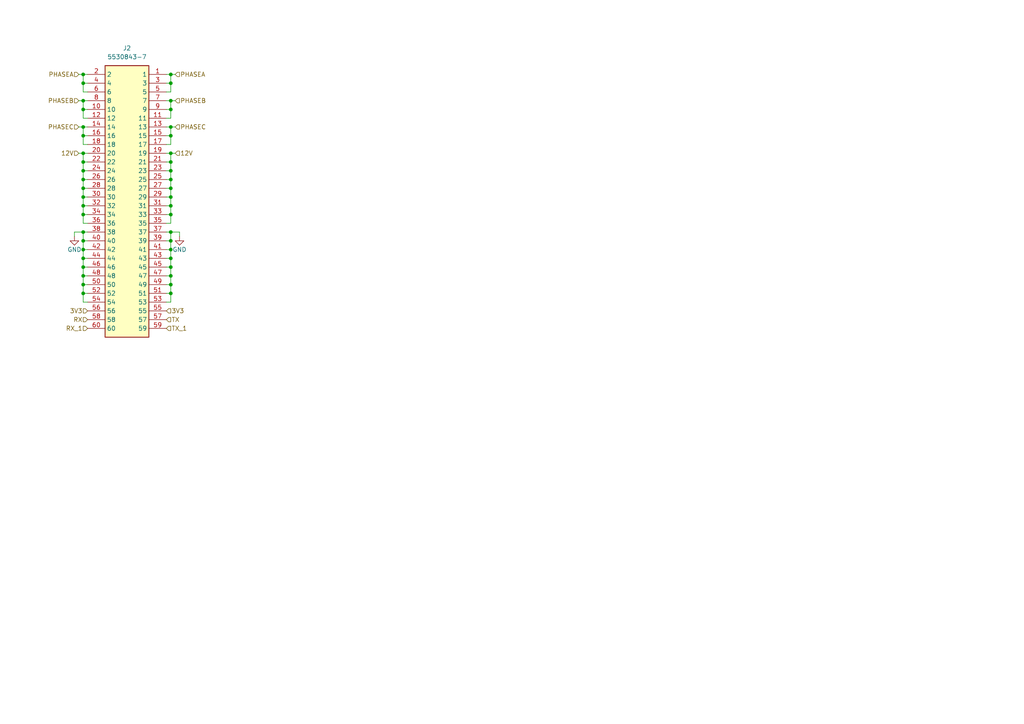
<source format=kicad_sch>
(kicad_sch (version 20230409) (generator eeschema)
  (paper "A4")
  (lib_symbols
    (symbol "5530843-7:5530843-7"
      (property "Reference" "J" (at 19.05 7.62 0))
      (property "Value" "5530843-7" (at 19.05 5.08 0))
      (symbol "5530843-7_1_1"
        (rectangle (start 5.08 2.54) (end 17.78 -76.2) (stroke (width 0.254)) (fill (type background)))
        (pin passive line (at 22.86 0 180) (length 5.08) (name "1") (number "1"))
        (pin passive line (at 0 -10.16 0) (length 5.08) (name "10") (number "10"))
        (pin passive line (at 22.86 -12.7 180) (length 5.08) (name "11") (number "11"))
        (pin passive line (at 0 -12.7 0) (length 5.08) (name "12") (number "12"))
        (pin passive line (at 22.86 -15.24 180) (length 5.08) (name "13") (number "13"))
        (pin passive line (at 0 -15.24 0) (length 5.08) (name "14") (number "14"))
        (pin passive line (at 22.86 -17.78 180) (length 5.08) (name "15") (number "15"))
        (pin passive line (at 0 -17.78 0) (length 5.08) (name "16") (number "16"))
        (pin passive line (at 22.86 -20.32 180) (length 5.08) (name "17") (number "17"))
        (pin passive line (at 0 -20.32 0) (length 5.08) (name "18") (number "18"))
        (pin passive line (at 22.86 -22.86 180) (length 5.08) (name "19") (number "19"))
        (pin passive line (at 0 0 0) (length 5.08) (name "2") (number "2"))
        (pin passive line (at 0 -22.86 0) (length 5.08) (name "20") (number "20"))
        (pin passive line (at 22.86 -25.4 180) (length 5.08) (name "21") (number "21"))
        (pin passive line (at 0 -25.4 0) (length 5.08) (name "22") (number "22"))
        (pin passive line (at 22.86 -27.94 180) (length 5.08) (name "23") (number "23"))
        (pin passive line (at 0 -27.94 0) (length 5.08) (name "24") (number "24"))
        (pin passive line (at 22.86 -30.48 180) (length 5.08) (name "25") (number "25"))
        (pin passive line (at 0 -30.48 0) (length 5.08) (name "26") (number "26"))
        (pin passive line (at 22.86 -33.02 180) (length 5.08) (name "27") (number "27"))
        (pin passive line (at 0 -33.02 0) (length 5.08) (name "28") (number "28"))
        (pin passive line (at 22.86 -35.56 180) (length 5.08) (name "29") (number "29"))
        (pin passive line (at 22.86 -2.54 180) (length 5.08) (name "3") (number "3"))
        (pin passive line (at 0 -35.56 0) (length 5.08) (name "30") (number "30"))
        (pin passive line (at 22.86 -38.1 180) (length 5.08) (name "31") (number "31"))
        (pin passive line (at 0 -38.1 0) (length 5.08) (name "32") (number "32"))
        (pin passive line (at 22.86 -40.64 180) (length 5.08) (name "33") (number "33"))
        (pin passive line (at 0 -40.64 0) (length 5.08) (name "34") (number "34"))
        (pin passive line (at 22.86 -43.18 180) (length 5.08) (name "35") (number "35"))
        (pin passive line (at 0 -43.18 0) (length 5.08) (name "36") (number "36"))
        (pin passive line (at 22.86 -45.72 180) (length 5.08) (name "37") (number "37"))
        (pin passive line (at 0 -45.72 0) (length 5.08) (name "38") (number "38"))
        (pin passive line (at 22.86 -48.26 180) (length 5.08) (name "39") (number "39"))
        (pin passive line (at 0 -2.54 0) (length 5.08) (name "4") (number "4"))
        (pin passive line (at 0 -48.26 0) (length 5.08) (name "40") (number "40"))
        (pin passive line (at 22.86 -50.8 180) (length 5.08) (name "41") (number "41"))
        (pin passive line (at 0 -50.8 0) (length 5.08) (name "42") (number "42"))
        (pin passive line (at 22.86 -53.34 180) (length 5.08) (name "43") (number "43"))
        (pin passive line (at 0 -53.34 0) (length 5.08) (name "44") (number "44"))
        (pin passive line (at 22.86 -55.88 180) (length 5.08) (name "45") (number "45"))
        (pin passive line (at 0 -55.88 0) (length 5.08) (name "46") (number "46"))
        (pin passive line (at 22.86 -58.42 180) (length 5.08) (name "47") (number "47"))
        (pin passive line (at 0 -58.42 0) (length 5.08) (name "48") (number "48"))
        (pin passive line (at 22.86 -60.96 180) (length 5.08) (name "49") (number "49"))
        (pin passive line (at 22.86 -5.08 180) (length 5.08) (name "5") (number "5"))
        (pin passive line (at 0 -60.96 0) (length 5.08) (name "50") (number "50"))
        (pin passive line (at 22.86 -63.5 180) (length 5.08) (name "51") (number "51"))
        (pin passive line (at 0 -63.5 0) (length 5.08) (name "52") (number "52"))
        (pin passive line (at 22.86 -66.04 180) (length 5.08) (name "53") (number "53"))
        (pin passive line (at 0 -66.04 0) (length 5.08) (name "54") (number "54"))
        (pin passive line (at 22.86 -68.58 180) (length 5.08) (name "55") (number "55"))
        (pin passive line (at 0 -68.58 0) (length 5.08) (name "56") (number "56"))
        (pin passive line (at 22.86 -71.12 180) (length 5.08) (name "57") (number "57"))
        (pin passive line (at 0 -71.12 0) (length 5.08) (name "58") (number "58"))
        (pin passive line (at 22.86 -73.66 180) (length 5.08) (name "59") (number "59"))
        (pin passive line (at 0 -5.08 0) (length 5.08) (name "6") (number "6"))
        (pin passive line (at 0 -73.66 0) (length 5.08) (name "60") (number "60"))
        (pin passive line (at 22.86 -7.62 180) (length 5.08) (name "7") (number "7"))
        (pin passive line (at 0 -7.62 0) (length 5.08) (name "8") (number "8"))
        (pin passive line (at 22.86 -10.16 180) (length 5.08) (name "9") (number "9"))
      )
    )
    (symbol "power:GND" (power) (pin_names (offset 0))
      (property "Value" "GND" (at 0 -3.81 0))
      (symbol "GND_0_1"
        (polyline (pts (xy 0 0) (xy 0 -1.27) (xy 1.27 -1.27) (xy 0 -2.54) (xy -1.27 -1.27) (xy 0 -1.27)))
      )
      (symbol "GND_1_1"
        (pin power_in line (at 0 0 270) (length 0) hide (name "GND") (number "1"))
      )
    )
  )
  (junction (at 24.13 77.47))
  (junction (at 24.13 49.53))
  (junction (at 49.53 72.39))
  (junction (at 24.13 62.23))
  (junction (at 49.53 80.01))
  (junction (at 24.13 21.59))
  (junction (at 24.13 82.55))
  (junction (at 24.13 24.13))
  (junction (at 49.53 29.21))
  (junction (at 49.53 46.99))
  (junction (at 49.53 85.09))
  (junction (at 49.53 39.37))
  (junction (at 24.13 29.21))
  (junction (at 24.13 85.09))
  (junction (at 49.53 24.13))
  (junction (at 24.13 59.69))
  (junction (at 49.53 67.31))
  (junction (at 24.13 80.01))
  (junction (at 49.53 21.59))
  (junction (at 24.13 72.39))
  (junction (at 24.13 57.15))
  (junction (at 49.53 82.55))
  (junction (at 49.53 36.83))
  (junction (at 49.53 44.45))
  (junction (at 24.13 69.85))
  (junction (at 49.53 31.75))
  (junction (at 49.53 54.61))
  (junction (at 24.13 67.31))
  (junction (at 24.13 74.93))
  (junction (at 24.13 31.75))
  (junction (at 49.53 57.15))
  (junction (at 49.53 49.53))
  (junction (at 49.53 69.85))
  (junction (at 24.13 44.45))
  (junction (at 24.13 54.61))
  (junction (at 24.13 46.99))
  (junction (at 49.53 74.93))
  (junction (at 49.53 52.07))
  (junction (at 24.13 36.83))
  (junction (at 49.53 59.69))
  (junction (at 49.53 77.47))
  (junction (at 24.13 39.37))
  (junction (at 49.53 62.23))
  (junction (at 24.13 52.07))
  (wire (pts (xy 24.13 57.15) (xy 25.4 57.15)))
  (wire (pts (xy 24.13 74.93) (xy 25.4 74.93)))
  (wire (pts (xy 24.13 74.93) (xy 24.13 77.47)))
  (wire (pts (xy 24.13 49.53) (xy 24.13 52.07)))
  (wire (pts (xy 21.59 67.31) (xy 21.59 68.58)))
  (wire (pts (xy 48.26 74.93) (xy 49.53 74.93)))
  (wire (pts (xy 48.26 80.01) (xy 49.53 80.01)))
  (wire (pts (xy 48.26 36.83) (xy 49.53 36.83)))
  (wire (pts (xy 24.13 72.39) (xy 25.4 72.39)))
  (wire (pts (xy 49.53 87.63) (xy 48.26 87.63)))
  (wire (pts (xy 48.26 54.61) (xy 49.53 54.61)))
  (wire (pts (xy 24.13 31.75) (xy 25.4 31.75)))
  (wire (pts (xy 25.4 67.31) (xy 24.13 67.31)))
  (wire (pts (xy 24.13 24.13) (xy 24.13 26.67)))
  (wire (pts (xy 24.13 85.09) (xy 25.4 85.09)))
  (wire (pts (xy 49.53 44.45) (xy 49.53 46.99)))
  (wire (pts (xy 49.53 80.01) (xy 49.53 82.55)))
  (wire (pts (xy 49.53 26.67) (xy 48.26 26.67)))
  (wire (pts (xy 24.13 24.13) (xy 25.4 24.13)))
  (wire (pts (xy 48.26 85.09) (xy 49.53 85.09)))
  (wire (pts (xy 24.13 34.29) (xy 25.4 34.29)))
  (wire (pts (xy 24.13 26.67) (xy 25.4 26.67)))
  (wire (pts (xy 49.53 41.91) (xy 48.26 41.91)))
  (wire (pts (xy 24.13 85.09) (xy 24.13 87.63)))
  (wire (pts (xy 24.13 82.55) (xy 25.4 82.55)))
  (wire (pts (xy 48.26 62.23) (xy 49.53 62.23)))
  (wire (pts (xy 24.13 80.01) (xy 24.13 82.55)))
  (wire (pts (xy 49.53 72.39) (xy 49.53 74.93)))
  (wire (pts (xy 48.26 77.47) (xy 49.53 77.47)))
  (wire (pts (xy 24.13 69.85) (xy 25.4 69.85)))
  (wire (pts (xy 49.53 21.59) (xy 50.8 21.59)))
  (wire (pts (xy 49.53 67.31) (xy 49.53 69.85)))
  (wire (pts (xy 48.26 59.69) (xy 49.53 59.69)))
  (wire (pts (xy 25.4 36.83) (xy 24.13 36.83)))
  (wire (pts (xy 22.86 21.59) (xy 24.13 21.59)))
  (wire (pts (xy 49.53 29.21) (xy 50.8 29.21)))
  (wire (pts (xy 25.4 29.21) (xy 24.13 29.21)))
  (wire (pts (xy 49.53 82.55) (xy 49.53 85.09)))
  (wire (pts (xy 24.13 82.55) (xy 24.13 85.09)))
  (wire (pts (xy 22.86 29.21) (xy 24.13 29.21)))
  (wire (pts (xy 48.26 21.59) (xy 49.53 21.59)))
  (wire (pts (xy 24.13 46.99) (xy 24.13 49.53)))
  (wire (pts (xy 24.13 52.07) (xy 25.4 52.07)))
  (wire (pts (xy 49.53 36.83) (xy 49.53 39.37)))
  (wire (pts (xy 49.53 57.15) (xy 49.53 59.69)))
  (wire (pts (xy 48.26 46.99) (xy 49.53 46.99)))
  (wire (pts (xy 49.53 34.29) (xy 48.26 34.29)))
  (wire (pts (xy 49.53 39.37) (xy 49.53 41.91)))
  (wire (pts (xy 48.26 72.39) (xy 49.53 72.39)))
  (wire (pts (xy 24.13 31.75) (xy 24.13 34.29)))
  (wire (pts (xy 24.13 72.39) (xy 24.13 74.93)))
  (wire (pts (xy 24.13 54.61) (xy 25.4 54.61)))
  (wire (pts (xy 22.86 36.83) (xy 24.13 36.83)))
  (wire (pts (xy 24.13 80.01) (xy 25.4 80.01)))
  (wire (pts (xy 48.26 24.13) (xy 49.53 24.13)))
  (wire (pts (xy 48.26 67.31) (xy 49.53 67.31)))
  (wire (pts (xy 48.26 44.45) (xy 49.53 44.45)))
  (wire (pts (xy 25.4 21.59) (xy 24.13 21.59)))
  (wire (pts (xy 49.53 62.23) (xy 49.53 64.77)))
  (wire (pts (xy 48.26 69.85) (xy 49.53 69.85)))
  (wire (pts (xy 24.13 21.59) (xy 24.13 24.13)))
  (wire (pts (xy 49.53 77.47) (xy 49.53 80.01)))
  (wire (pts (xy 48.26 29.21) (xy 49.53 29.21)))
  (wire (pts (xy 24.13 54.61) (xy 24.13 57.15)))
  (wire (pts (xy 24.13 39.37) (xy 25.4 39.37)))
  (wire (pts (xy 24.13 67.31) (xy 21.59 67.31)))
  (wire (pts (xy 48.26 49.53) (xy 49.53 49.53)))
  (wire (pts (xy 24.13 77.47) (xy 25.4 77.47)))
  (wire (pts (xy 49.53 29.21) (xy 49.53 31.75)))
  (wire (pts (xy 49.53 31.75) (xy 49.53 34.29)))
  (wire (pts (xy 48.26 52.07) (xy 49.53 52.07)))
  (wire (pts (xy 25.4 44.45) (xy 24.13 44.45)))
  (wire (pts (xy 49.53 52.07) (xy 49.53 54.61)))
  (wire (pts (xy 24.13 77.47) (xy 24.13 80.01)))
  (wire (pts (xy 22.86 44.45) (xy 24.13 44.45)))
  (wire (pts (xy 48.26 31.75) (xy 49.53 31.75)))
  (wire (pts (xy 52.07 67.31) (xy 52.07 68.58)))
  (wire (pts (xy 49.53 36.83) (xy 50.8 36.83)))
  (wire (pts (xy 49.53 67.31) (xy 52.07 67.31)))
  (wire (pts (xy 49.53 49.53) (xy 49.53 52.07)))
  (wire (pts (xy 49.53 54.61) (xy 49.53 57.15)))
  (wire (pts (xy 24.13 62.23) (xy 25.4 62.23)))
  (wire (pts (xy 24.13 41.91) (xy 25.4 41.91)))
  (wire (pts (xy 48.26 82.55) (xy 49.53 82.55)))
  (wire (pts (xy 49.53 46.99) (xy 49.53 49.53)))
  (wire (pts (xy 49.53 64.77) (xy 48.26 64.77)))
  (wire (pts (xy 24.13 52.07) (xy 24.13 54.61)))
  (wire (pts (xy 24.13 67.31) (xy 24.13 69.85)))
  (wire (pts (xy 24.13 44.45) (xy 24.13 46.99)))
  (wire (pts (xy 24.13 57.15) (xy 24.13 59.69)))
  (wire (pts (xy 49.53 21.59) (xy 49.53 24.13)))
  (wire (pts (xy 24.13 62.23) (xy 24.13 64.77)))
  (wire (pts (xy 24.13 59.69) (xy 25.4 59.69)))
  (wire (pts (xy 24.13 49.53) (xy 25.4 49.53)))
  (wire (pts (xy 24.13 64.77) (xy 25.4 64.77)))
  (wire (pts (xy 49.53 59.69) (xy 49.53 62.23)))
  (wire (pts (xy 24.13 36.83) (xy 24.13 39.37)))
  (wire (pts (xy 24.13 87.63) (xy 25.4 87.63)))
  (wire (pts (xy 49.53 69.85) (xy 49.53 72.39)))
  (wire (pts (xy 24.13 69.85) (xy 24.13 72.39)))
  (wire (pts (xy 24.13 39.37) (xy 24.13 41.91)))
  (wire (pts (xy 48.26 57.15) (xy 49.53 57.15)))
  (wire (pts (xy 24.13 46.99) (xy 25.4 46.99)))
  (wire (pts (xy 24.13 59.69) (xy 24.13 62.23)))
  (wire (pts (xy 49.53 74.93) (xy 49.53 77.47)))
  (wire (pts (xy 24.13 29.21) (xy 24.13 31.75)))
  (wire (pts (xy 49.53 85.09) (xy 49.53 87.63)))
  (wire (pts (xy 48.26 39.37) (xy 49.53 39.37)))
  (wire (pts (xy 49.53 24.13) (xy 49.53 26.67)))
  (wire (pts (xy 49.53 44.45) (xy 50.8 44.45)))
  (hierarchical_label "PHASEB" (shape input) (at 22.86 29.21 180))
  (hierarchical_label "RX" (shape input) (at 25.4 92.71 180))
  (hierarchical_label "3V3" (shape input) (at 48.26 90.17 0))
  (hierarchical_label "12V" (shape input) (at 22.86 44.45 180))
  (hierarchical_label "3V3" (shape input) (at 25.4 90.17 180))
  (hierarchical_label "TX_1" (shape input) (at 48.26 95.25 0))
  (hierarchical_label "PHASEA" (shape input) (at 50.8 21.59 0))
  (hierarchical_label "PHASEB" (shape input) (at 50.8 29.21 0))
  (hierarchical_label "PHASEC" (shape input) (at 22.86 36.83 180))
  (hierarchical_label "RX_1" (shape input) (at 25.4 95.25 180))
  (hierarchical_label "12V" (shape input) (at 50.8 44.45 0))
  (hierarchical_label "PHASEA" (shape input) (at 22.86 21.59 180))
  (hierarchical_label "PHASEC" (shape input) (at 50.8 36.83 0))
  (hierarchical_label "TX" (shape input) (at 48.26 92.71 0))
  (symbol (lib_id "power:GND") (at 52.07 68.58 0) (unit 1)
    (property "Reference" "#PWR019" (effects hide))
    (property "Value" "GND" (at 52.07 72.39 0))
    (instances (project "ESC_Carrier" (path "" (reference "#PWR019") (unit 1)) (path "" (reference "#PWR012") (unit 1)) (path "" (reference "#PWR013") (unit 1)) (path "" (reference "#PWR014") (unit 1)) (path "" (reference "#PWR015") (unit 1)) (path "" (reference "#PWR016") (unit 1))))
  )
  (symbol (lib_id "5530843-7:5530843-7") (at 25.4 21.59 0) (unit 1)
    (property "Reference" "J2" (at 36.83 13.97 0))
    (property "Value" "5530843-7" (at 36.83 16.51 0))
    (property "Footprint" "5530843-7:55308437" (effects hide))
    (property "Datasheet" "http://www.te.com/commerce/DocumentDelivery/DDEController?Action=srchrtrv&DocNm=5530843&DocType=Customer+Drawing&DocLang=English" (effects hide))
    (property "Height" "15.494" (effects hide))
    (property "Manufacturer_Name" "TE Connectivity" (effects hide))
    (property "Manufacturer_Part_Number" "5530843-7" (effects hide))
    (property "Mouser Part Number" "571-5530843-7" (effects hide))
    (property "Mouser Price/Stock" "https://www.mouser.co.uk/ProductDetail/TE-Connectivity/5530843-7?qs=CWN9I2qbSLtja0SlxvLT%2FQ%3D%3D" (effects hide))
    (property "Arrow Part Number" "5530843-7" (effects hide))
    (property "Arrow Price/Stock" "https://www.arrow.com/en/products/5530843-7/te-connectivity" (effects hide))
    (instances (project "ESC_Carrier" (path "" (reference "J2") (unit 1)) (path "" (reference "J3") (unit 1)) (path "" (reference "J4") (unit 1)) (path "" (reference "J5") (unit 1)) (path "" (reference "J6") (unit 1)) (path "" (reference "J1") (unit 1))))
  )
  (symbol (lib_id "power:GND") (at 21.59 68.58 0) (unit 1)
    (property "Reference" "#PWR011" (effects hide))
    (property "Value" "GND" (at 21.59 72.39 0))
    (instances (project "ESC_Carrier" (path "" (reference "#PWR011") (unit 1)) (path "" (reference "#PWR03") (unit 1)) (path "" (reference "#PWR04") (unit 1)) (path "" (reference "#PWR05") (unit 1)) (path "" (reference "#PWR06") (unit 1)) (path "" (reference "#PWR07") (unit 1))))
  )
)
</source>
